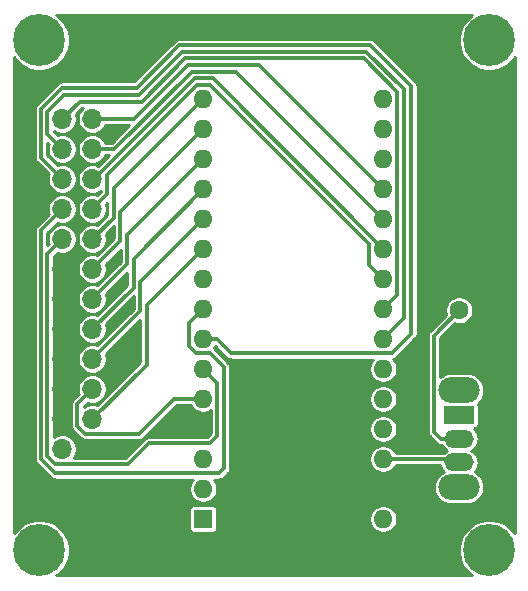
<source format=gbr>
%TF.GenerationSoftware,KiCad,Pcbnew,(5.1.9)-1*%
%TF.CreationDate,2021-05-29T09:09:45-04:00*%
%TF.ProjectId,AR488_nan0,41523438-385f-46e6-916e-302e6b696361,rev?*%
%TF.SameCoordinates,PX41672a0PY7df6180*%
%TF.FileFunction,Copper,L1,Top*%
%TF.FilePolarity,Positive*%
%FSLAX46Y46*%
G04 Gerber Fmt 4.6, Leading zero omitted, Abs format (unit mm)*
G04 Created by KiCad (PCBNEW (5.1.9)-1) date 2021-05-29 09:09:45*
%MOMM*%
%LPD*%
G01*
G04 APERTURE LIST*
%TA.AperFunction,ComponentPad*%
%ADD10C,4.400000*%
%TD*%
%TA.AperFunction,ComponentPad*%
%ADD11O,3.500000X2.200000*%
%TD*%
%TA.AperFunction,ComponentPad*%
%ADD12O,2.500000X1.500000*%
%TD*%
%TA.AperFunction,ComponentPad*%
%ADD13R,2.500000X1.500000*%
%TD*%
%TA.AperFunction,ComponentPad*%
%ADD14O,1.700000X1.700000*%
%TD*%
%TA.AperFunction,ComponentPad*%
%ADD15C,1.600000*%
%TD*%
%TA.AperFunction,ComponentPad*%
%ADD16O,1.600000X1.600000*%
%TD*%
%TA.AperFunction,ComponentPad*%
%ADD17R,1.600000X1.600000*%
%TD*%
%TA.AperFunction,Conductor*%
%ADD18C,0.304800*%
%TD*%
%TA.AperFunction,Conductor*%
%ADD19C,0.254000*%
%TD*%
%TA.AperFunction,Conductor*%
%ADD20C,0.100000*%
%TD*%
G04 APERTURE END LIST*
D10*
%TO.P,REF\u002A\u002A,1*%
%TO.N,N/C*%
X40640000Y45720000D03*
%TD*%
%TO.P,REF\u002A\u002A,1*%
%TO.N,N/C*%
X2540000Y45720000D03*
%TD*%
%TO.P,REF\u002A\u002A,1*%
%TO.N,N/C*%
X2540000Y2540000D03*
%TD*%
%TO.P,REF\u002A\u002A,1*%
%TO.N,N/C*%
X40640000Y2540000D03*
%TD*%
D11*
%TO.P,SW1,*%
%TO.N,*%
X38100000Y7870000D03*
X38100000Y16070000D03*
D12*
%TO.P,SW1,3*%
%TO.N,/NRST*%
X38100000Y9970000D03*
%TO.P,SW1,2*%
%TO.N,Net-(C1-Pad1)*%
X38100000Y11970000D03*
D13*
%TO.P,SW1,1*%
%TO.N,N/C*%
X38100000Y13970000D03*
%TD*%
D14*
%TO.P,J1,1*%
%TO.N,/DIO1*%
X7030000Y39050000D03*
%TO.P,J1,2*%
%TO.N,/DIO2*%
X7030000Y36510000D03*
%TO.P,J1,3*%
%TO.N,/DIO3*%
X7030000Y33970000D03*
%TO.P,J1,4*%
%TO.N,/DIO4*%
X7030000Y31430000D03*
%TO.P,J1,5*%
%TO.N,/EOI*%
X7030000Y28890000D03*
%TO.P,J1,6*%
%TO.N,/DAV*%
X7030000Y26350000D03*
%TO.P,J1,7*%
%TO.N,/NRFD*%
X7030000Y23810000D03*
%TO.P,J1,8*%
%TO.N,/NDAC*%
X7030000Y21270000D03*
%TO.P,J1,9*%
%TO.N,/IFC*%
X7030000Y18730000D03*
%TO.P,J1,10*%
%TO.N,/SRQ*%
X7030000Y16190000D03*
%TO.P,J1,11*%
%TO.N,/ATN*%
X7030000Y13650000D03*
%TO.P,J1,12*%
%TO.N,GND*%
X7030000Y11110000D03*
%TO.P,J1,13*%
%TO.N,/DIO5*%
X4490000Y39050000D03*
%TO.P,J1,14*%
%TO.N,/DIO6*%
X4490000Y36510000D03*
%TO.P,J1,15*%
%TO.N,/DIO7*%
X4490000Y33970000D03*
%TO.P,J1,16*%
%TO.N,/DIO8*%
X4490000Y31430000D03*
%TO.P,J1,17*%
%TO.N,/REN*%
X4490000Y28890000D03*
%TO.P,J1,18*%
%TO.N,GND*%
X4490000Y26350000D03*
%TO.P,J1,19*%
X4490000Y23810000D03*
%TO.P,J1,20*%
X4490000Y21270000D03*
%TO.P,J1,21*%
X4490000Y18730000D03*
%TO.P,J1,22*%
X4490000Y16190000D03*
%TO.P,J1,23*%
X4490000Y13650000D03*
%TO.P,J1,24*%
%TO.N,N/C*%
X4490000Y11110000D03*
%TD*%
D15*
%TO.P,C1,2*%
%TO.N,GND*%
X38100000Y27860000D03*
%TO.P,C1,1*%
%TO.N,Net-(C1-Pad1)*%
X38100000Y22860000D03*
%TD*%
D16*
%TO.P,A1,16*%
%TO.N,N/C*%
X31660000Y40740000D03*
%TO.P,A1,15*%
%TO.N,/EOI*%
X16420000Y40740000D03*
%TO.P,A1,30*%
%TO.N,N/C*%
X31660000Y5180000D03*
%TO.P,A1,14*%
%TO.N,/DAV*%
X16420000Y38200000D03*
%TO.P,A1,29*%
%TO.N,GND*%
X31660000Y7720000D03*
%TO.P,A1,13*%
%TO.N,/NRFD*%
X16420000Y35660000D03*
%TO.P,A1,28*%
%TO.N,/NRST*%
X31660000Y10260000D03*
%TO.P,A1,12*%
%TO.N,/NDAC*%
X16420000Y33120000D03*
%TO.P,A1,27*%
%TO.N,N/C*%
X31660000Y12800000D03*
%TO.P,A1,11*%
%TO.N,/IFC*%
X16420000Y30580000D03*
%TO.P,A1,26*%
%TO.N,N/C*%
X31660000Y15340000D03*
%TO.P,A1,10*%
%TO.N,/ATN*%
X16420000Y28040000D03*
%TO.P,A1,25*%
%TO.N,N/C*%
X31660000Y17880000D03*
%TO.P,A1,9*%
X16420000Y25500000D03*
%TO.P,A1,24*%
%TO.N,/DIO6*%
X31660000Y20420000D03*
%TO.P,A1,8*%
%TO.N,/DIO8*%
X16420000Y22960000D03*
%TO.P,A1,23*%
%TO.N,/DIO5*%
X31660000Y22960000D03*
%TO.P,A1,7*%
%TO.N,/DIO7*%
X16420000Y20420000D03*
%TO.P,A1,22*%
%TO.N,/DIO4*%
X31660000Y25500000D03*
%TO.P,A1,6*%
%TO.N,/REN*%
X16420000Y17880000D03*
%TO.P,A1,21*%
%TO.N,/DIO3*%
X31660000Y28040000D03*
%TO.P,A1,5*%
%TO.N,/SRQ*%
X16420000Y15340000D03*
%TO.P,A1,20*%
%TO.N,/DIO2*%
X31660000Y30580000D03*
%TO.P,A1,4*%
%TO.N,GND*%
X16420000Y12800000D03*
%TO.P,A1,19*%
%TO.N,/DIO1*%
X31660000Y33120000D03*
%TO.P,A1,3*%
%TO.N,N/C*%
X16420000Y10260000D03*
%TO.P,A1,18*%
X31660000Y35660000D03*
%TO.P,A1,2*%
X16420000Y7720000D03*
%TO.P,A1,17*%
X31660000Y38200000D03*
D17*
%TO.P,A1,1*%
X16420000Y5180000D03*
%TD*%
D18*
%TO.N,/EOI*%
X8845211Y33165211D02*
X16420000Y40740000D01*
X8845211Y30705211D02*
X8845211Y33165211D01*
X7030000Y28890000D02*
X8845211Y30705211D01*
%TO.N,/DAV*%
X9404021Y31184021D02*
X16420000Y38200000D01*
X9404021Y28724021D02*
X9404021Y31184021D01*
X7030000Y26350000D02*
X9404021Y28724021D01*
%TO.N,GND*%
X4490000Y26350000D02*
X4490000Y23810000D01*
X4490000Y21270000D02*
X4490000Y18730000D01*
X4490000Y23810000D02*
X4490000Y21270000D01*
X4490000Y18730000D02*
X4490000Y16190000D01*
X4490000Y13650000D02*
X4490000Y16190000D01*
X6920250Y11110000D02*
X7030000Y11110000D01*
X5214790Y12815460D02*
X6920250Y11110000D01*
X5214789Y13335211D02*
X5214790Y12815460D01*
X4900000Y13650000D02*
X5214789Y13335211D01*
X4490000Y13650000D02*
X4900000Y13650000D01*
X33016410Y6363590D02*
X31660000Y7720000D01*
X39373975Y6363590D02*
X33016410Y6363590D01*
X40256410Y7246025D02*
X39373975Y6363590D01*
X40256410Y25703590D02*
X40256410Y7246025D01*
X38100000Y27860000D02*
X40256410Y25703590D01*
X7030000Y11110000D02*
X10522802Y11110000D01*
X10522802Y11110000D02*
X12212802Y12800000D01*
X12212802Y12800000D02*
X16420000Y12800000D01*
%TO.N,/NRFD*%
X9962830Y26742830D02*
X9962830Y29202830D01*
X9962830Y29202830D02*
X16420000Y35660000D01*
X7030000Y23810000D02*
X9962830Y26742830D01*
%TO.N,/NDAC*%
X10521640Y27221640D02*
X16420000Y33120000D01*
X10521640Y24761640D02*
X10521640Y27221640D01*
X7030000Y21270000D02*
X10521640Y24761640D01*
%TO.N,/IFC*%
X11080450Y25240450D02*
X16420000Y30580000D01*
X11080450Y22780450D02*
X11080450Y25240450D01*
X7030000Y18730000D02*
X11080450Y22780450D01*
%TO.N,/ATN*%
X11639260Y23259260D02*
X16420000Y28040000D01*
X11639260Y18259260D02*
X11639260Y23259260D01*
X7030000Y13650000D02*
X11639260Y18259260D01*
%TO.N,/DIO6*%
X33425211Y22185211D02*
X31660000Y20420000D01*
X33425211Y41550539D02*
X33425211Y22185211D01*
X30235302Y44740448D02*
X33425211Y41550539D01*
X14650450Y44740448D02*
X30235302Y44740448D01*
X4650526Y41070000D02*
X10980002Y41070000D01*
X3233599Y37766401D02*
X3233599Y39653073D01*
X10980002Y41070000D02*
X14650450Y44740448D01*
X4490000Y36510000D02*
X3233599Y37766401D01*
X3233599Y39653073D02*
X4650526Y41070000D01*
%TO.N,/DIO8*%
X4490000Y31430000D02*
X2674790Y29614790D01*
X2674788Y27184540D02*
X2674788Y10275460D01*
X2674790Y29614790D02*
X2674788Y27184540D01*
X2674788Y10275460D02*
X3896649Y9053599D01*
X3896649Y9053599D02*
X17763599Y9053599D01*
X17763599Y9053599D02*
X18185211Y9475211D01*
X18185211Y9475211D02*
X18185211Y18027461D01*
X18185211Y18027461D02*
X16999073Y19213599D01*
X16999073Y19213599D02*
X15840927Y19213599D01*
X15840927Y19213599D02*
X15213599Y19840927D01*
X15213599Y21753599D02*
X16420000Y22960000D01*
X15213599Y19840927D02*
X15213599Y21753599D01*
%TO.N,/DIO5*%
X4490000Y39050000D02*
X5951190Y40511190D01*
X11211468Y40511190D02*
X14881915Y44181637D01*
X32866400Y41319072D02*
X32866400Y24166400D01*
X14881915Y44181637D02*
X30003835Y44181637D01*
X32866400Y24166400D02*
X31660000Y22960000D01*
X30003835Y44181637D02*
X32866400Y41319072D01*
X5951190Y40511190D02*
X11211468Y40511190D01*
%TO.N,/DIO7*%
X18757771Y19213599D02*
X17551370Y20420000D01*
X17551370Y20420000D02*
X16420000Y20420000D01*
X34030000Y41830000D02*
X34030000Y20877328D01*
X30560000Y45300000D02*
X34030000Y41830000D01*
X14400000Y45300000D02*
X30560000Y45300000D01*
X32366271Y19213599D02*
X18757771Y19213599D01*
X10800000Y41700000D02*
X14400000Y45300000D01*
X34030000Y20877328D02*
X32366271Y19213599D01*
X4490248Y41700000D02*
X10800000Y41700000D01*
X2674789Y39884541D02*
X4490248Y41700000D01*
X2674789Y35785211D02*
X2674789Y39884541D01*
X4490000Y33970000D02*
X2674789Y35785211D01*
%TO.N,/DIO4*%
X8286401Y32686401D02*
X8286401Y34315567D01*
X8286401Y34315567D02*
X15917235Y41946401D01*
X16999073Y41946401D02*
X30453599Y28491873D01*
X30453599Y28491873D02*
X30453599Y26706401D01*
X7030000Y31430000D02*
X8286401Y32686401D01*
X15917235Y41946401D02*
X16999073Y41946401D01*
X30453599Y26706401D02*
X31660000Y25500000D01*
%TO.N,/REN*%
X3233599Y27633599D02*
X4490000Y28890000D01*
X3886927Y9853599D02*
X3233599Y10506927D01*
X10056679Y9853599D02*
X3886927Y9853599D01*
X11833080Y11630000D02*
X10056679Y9853599D01*
X15213599Y11630000D02*
X11833080Y11630000D01*
X15250000Y11593599D02*
X15213599Y11630000D01*
X16999073Y11593599D02*
X15250000Y11593599D01*
X17626401Y12220927D02*
X16999073Y11593599D01*
X17626400Y16673600D02*
X17626401Y12220927D01*
X3233599Y10506927D02*
X3233599Y27633599D01*
X16420000Y17880000D02*
X17626400Y16673600D01*
%TO.N,/DIO3*%
X17230541Y42505211D02*
X31660000Y28075750D01*
X31660000Y28075750D02*
X31660000Y28040000D01*
X15685767Y42505211D02*
X17230541Y42505211D01*
X7030000Y33970000D02*
X7150556Y33970000D01*
X7150556Y33970000D02*
X15685767Y42505211D01*
%TO.N,/SRQ*%
X6426927Y12393599D02*
X5773599Y13046927D01*
X5773599Y13046927D02*
X5773599Y14933599D01*
X5773599Y14933599D02*
X7030000Y16190000D01*
X11016123Y12393599D02*
X6426927Y12393599D01*
X13962524Y15340000D02*
X11016123Y12393599D01*
X16420000Y15340000D02*
X13962524Y15340000D01*
%TO.N,/DIO2*%
X15454297Y43064019D02*
X19175981Y43064019D01*
X8900278Y36510000D02*
X15454297Y43064019D01*
X7030000Y36510000D02*
X8900278Y36510000D01*
X19175981Y43064019D02*
X31660000Y30580000D01*
%TO.N,/DIO1*%
X21157170Y43622830D02*
X31660000Y33120000D01*
X17987141Y43622830D02*
X21157170Y43622830D01*
X13537168Y42007168D02*
X13537169Y42013477D01*
X10580002Y39050002D02*
X13537168Y42007168D01*
X7030000Y39050000D02*
X10580002Y39050002D01*
X15146528Y43622832D02*
X17987141Y43622830D01*
X13537169Y42013477D02*
X15146528Y43622832D01*
%TO.N,Net-(C1-Pad1)*%
X35943590Y20703590D02*
X38100000Y22860000D01*
X36545200Y11970000D02*
X35943590Y12571610D01*
X35943590Y12571610D02*
X35943590Y20703590D01*
X38100000Y11970000D02*
X36545200Y11970000D01*
%TO.N,/NRST*%
X37810000Y10260000D02*
X38100000Y9970000D01*
X31660000Y10260000D02*
X37810000Y10260000D01*
%TD*%
D19*
%TO.N,GND*%
X38994709Y47724793D02*
X38635207Y47365291D01*
X38352748Y46942562D01*
X38158187Y46472850D01*
X38059000Y45974206D01*
X38059000Y45465794D01*
X38158187Y44967150D01*
X38352748Y44497438D01*
X38635207Y44074709D01*
X38994709Y43715207D01*
X39417438Y43432748D01*
X39887150Y43238187D01*
X40385794Y43139000D01*
X40894206Y43139000D01*
X41392850Y43238187D01*
X41862562Y43432748D01*
X42285291Y43715207D01*
X42644793Y44074709D01*
X42774001Y44268082D01*
X42774000Y3991919D01*
X42644793Y4185291D01*
X42285291Y4544793D01*
X41862562Y4827252D01*
X41392850Y5021813D01*
X40894206Y5121000D01*
X40385794Y5121000D01*
X39887150Y5021813D01*
X39417438Y4827252D01*
X38994709Y4544793D01*
X38635207Y4185291D01*
X38352748Y3762562D01*
X38158187Y3292850D01*
X38059000Y2794206D01*
X38059000Y2285794D01*
X38158187Y1787150D01*
X38352748Y1317438D01*
X38635207Y894709D01*
X38994709Y535207D01*
X39188081Y406000D01*
X3991919Y406000D01*
X4185291Y535207D01*
X4544793Y894709D01*
X4827252Y1317438D01*
X5021813Y1787150D01*
X5121000Y2285794D01*
X5121000Y2794206D01*
X5021813Y3292850D01*
X4827252Y3762562D01*
X4544793Y4185291D01*
X4185291Y4544793D01*
X3762562Y4827252D01*
X3292850Y5021813D01*
X2794206Y5121000D01*
X2285794Y5121000D01*
X1787150Y5021813D01*
X1317438Y4827252D01*
X894709Y4544793D01*
X535207Y4185291D01*
X406000Y3991919D01*
X406000Y5980000D01*
X15237157Y5980000D01*
X15237157Y4380000D01*
X15244513Y4305311D01*
X15266299Y4233492D01*
X15301678Y4167304D01*
X15349289Y4109289D01*
X15407304Y4061678D01*
X15473492Y4026299D01*
X15545311Y4004513D01*
X15620000Y3997157D01*
X17220000Y3997157D01*
X17294689Y4004513D01*
X17366508Y4026299D01*
X17432696Y4061678D01*
X17490711Y4109289D01*
X17538322Y4167304D01*
X17573701Y4233492D01*
X17595487Y4305311D01*
X17602843Y4380000D01*
X17602843Y5296318D01*
X30479000Y5296318D01*
X30479000Y5063682D01*
X30524386Y4835515D01*
X30613412Y4620587D01*
X30742658Y4427157D01*
X30907157Y4262658D01*
X31100587Y4133412D01*
X31315515Y4044386D01*
X31543682Y3999000D01*
X31776318Y3999000D01*
X32004485Y4044386D01*
X32219413Y4133412D01*
X32412843Y4262658D01*
X32577342Y4427157D01*
X32706588Y4620587D01*
X32795614Y4835515D01*
X32841000Y5063682D01*
X32841000Y5296318D01*
X32795614Y5524485D01*
X32706588Y5739413D01*
X32577342Y5932843D01*
X32412843Y6097342D01*
X32219413Y6226588D01*
X32004485Y6315614D01*
X31776318Y6361000D01*
X31543682Y6361000D01*
X31315515Y6315614D01*
X31100587Y6226588D01*
X30907157Y6097342D01*
X30742658Y5932843D01*
X30613412Y5739413D01*
X30524386Y5524485D01*
X30479000Y5296318D01*
X17602843Y5296318D01*
X17602843Y5980000D01*
X17595487Y6054689D01*
X17573701Y6126508D01*
X17538322Y6192696D01*
X17490711Y6250711D01*
X17432696Y6298322D01*
X17366508Y6333701D01*
X17294689Y6355487D01*
X17220000Y6362843D01*
X15620000Y6362843D01*
X15545311Y6355487D01*
X15473492Y6333701D01*
X15407304Y6298322D01*
X15349289Y6250711D01*
X15301678Y6192696D01*
X15266299Y6126508D01*
X15244513Y6054689D01*
X15237157Y5980000D01*
X406000Y5980000D01*
X406000Y10275460D01*
X2138809Y10275460D01*
X2149107Y10170896D01*
X2179607Y10070350D01*
X2207000Y10019102D01*
X2229138Y9977685D01*
X2256462Y9944391D01*
X2279095Y9916812D01*
X2279098Y9916809D01*
X2295794Y9896465D01*
X2316138Y9879769D01*
X3500958Y8694948D01*
X3517654Y8674604D01*
X3598874Y8607948D01*
X3691538Y8558418D01*
X3792084Y8527918D01*
X3870454Y8520199D01*
X3870461Y8520199D01*
X3896648Y8517620D01*
X3922835Y8520199D01*
X15550014Y8520199D01*
X15502658Y8472843D01*
X15373412Y8279413D01*
X15284386Y8064485D01*
X15239000Y7836318D01*
X15239000Y7603682D01*
X15284386Y7375515D01*
X15373412Y7160587D01*
X15502658Y6967157D01*
X15667157Y6802658D01*
X15860587Y6673412D01*
X16075515Y6584386D01*
X16303682Y6539000D01*
X16536318Y6539000D01*
X16764485Y6584386D01*
X16979413Y6673412D01*
X17172843Y6802658D01*
X17337342Y6967157D01*
X17466588Y7160587D01*
X17555614Y7375515D01*
X17601000Y7603682D01*
X17601000Y7836318D01*
X17555614Y8064485D01*
X17466588Y8279413D01*
X17337342Y8472843D01*
X17289986Y8520199D01*
X17737412Y8520199D01*
X17763599Y8517620D01*
X17789786Y8520199D01*
X17789794Y8520199D01*
X17868164Y8527918D01*
X17968710Y8558418D01*
X18061374Y8607948D01*
X18142594Y8674604D01*
X18159294Y8694953D01*
X18543862Y9079520D01*
X18564206Y9096216D01*
X18630862Y9177436D01*
X18680392Y9270100D01*
X18710892Y9370646D01*
X18718611Y9449016D01*
X18718611Y9449023D01*
X18721190Y9475210D01*
X18718611Y9501397D01*
X18718611Y10376318D01*
X30479000Y10376318D01*
X30479000Y10143682D01*
X30524386Y9915515D01*
X30613412Y9700587D01*
X30742658Y9507157D01*
X30907157Y9342658D01*
X31100587Y9213412D01*
X31315515Y9124386D01*
X31543682Y9079000D01*
X31776318Y9079000D01*
X32004485Y9124386D01*
X32219413Y9213412D01*
X32412843Y9342658D01*
X32577342Y9507157D01*
X32706588Y9700587D01*
X32717363Y9726600D01*
X36491943Y9726600D01*
X36550037Y9535091D01*
X36655058Y9338610D01*
X36777264Y9189702D01*
X36623220Y9107364D01*
X36397708Y8922292D01*
X36212636Y8696780D01*
X36075115Y8439496D01*
X35990430Y8160327D01*
X35961835Y7870000D01*
X35990430Y7579673D01*
X36075115Y7300504D01*
X36212636Y7043220D01*
X36397708Y6817708D01*
X36623220Y6632636D01*
X36880504Y6495115D01*
X37159673Y6410430D01*
X37377253Y6389000D01*
X38822747Y6389000D01*
X39040327Y6410430D01*
X39319496Y6495115D01*
X39576780Y6632636D01*
X39802292Y6817708D01*
X39987364Y7043220D01*
X40124885Y7300504D01*
X40209570Y7579673D01*
X40238165Y7870000D01*
X40209570Y8160327D01*
X40124885Y8439496D01*
X39987364Y8696780D01*
X39802292Y8922292D01*
X39576780Y9107364D01*
X39422736Y9189702D01*
X39544942Y9338610D01*
X39649963Y9535091D01*
X39714635Y9748285D01*
X39736472Y9970000D01*
X39714635Y10191715D01*
X39649963Y10404909D01*
X39544942Y10601390D01*
X39403607Y10773607D01*
X39231390Y10914942D01*
X39128383Y10970000D01*
X39231390Y11025058D01*
X39403607Y11166393D01*
X39544942Y11338610D01*
X39649963Y11535091D01*
X39714635Y11748285D01*
X39736472Y11970000D01*
X39714635Y12191715D01*
X39649963Y12404909D01*
X39544942Y12601390D01*
X39403607Y12773607D01*
X39326171Y12837157D01*
X39350000Y12837157D01*
X39424689Y12844513D01*
X39496508Y12866299D01*
X39562696Y12901678D01*
X39620711Y12949289D01*
X39668322Y13007304D01*
X39703701Y13073492D01*
X39725487Y13145311D01*
X39732843Y13220000D01*
X39732843Y14720000D01*
X39725487Y14794689D01*
X39703701Y14866508D01*
X39677586Y14915365D01*
X39802292Y15017708D01*
X39987364Y15243220D01*
X40124885Y15500504D01*
X40209570Y15779673D01*
X40238165Y16070000D01*
X40209570Y16360327D01*
X40124885Y16639496D01*
X39987364Y16896780D01*
X39802292Y17122292D01*
X39576780Y17307364D01*
X39319496Y17444885D01*
X39040327Y17529570D01*
X38822747Y17551000D01*
X37377253Y17551000D01*
X37159673Y17529570D01*
X36880504Y17444885D01*
X36623220Y17307364D01*
X36476990Y17187357D01*
X36476990Y20482649D01*
X37729502Y21735161D01*
X37755515Y21724386D01*
X37983682Y21679000D01*
X38216318Y21679000D01*
X38444485Y21724386D01*
X38659413Y21813412D01*
X38852843Y21942658D01*
X39017342Y22107157D01*
X39146588Y22300587D01*
X39235614Y22515515D01*
X39281000Y22743682D01*
X39281000Y22976318D01*
X39235614Y23204485D01*
X39146588Y23419413D01*
X39017342Y23612843D01*
X38852843Y23777342D01*
X38659413Y23906588D01*
X38444485Y23995614D01*
X38216318Y24041000D01*
X37983682Y24041000D01*
X37755515Y23995614D01*
X37540587Y23906588D01*
X37347157Y23777342D01*
X37182658Y23612843D01*
X37053412Y23419413D01*
X36964386Y23204485D01*
X36919000Y22976318D01*
X36919000Y22743682D01*
X36964386Y22515515D01*
X36975161Y22489502D01*
X35584940Y21099281D01*
X35564596Y21082585D01*
X35547900Y21062241D01*
X35547897Y21062238D01*
X35525264Y21034659D01*
X35497940Y21001365D01*
X35497939Y21001363D01*
X35448409Y20908700D01*
X35417909Y20808154D01*
X35407611Y20703590D01*
X35410191Y20677393D01*
X35410190Y12597797D01*
X35407611Y12571610D01*
X35410190Y12545423D01*
X35410190Y12545416D01*
X35417909Y12467046D01*
X35448409Y12366500D01*
X35497939Y12273835D01*
X35564595Y12192615D01*
X35584944Y12175915D01*
X36149509Y11611349D01*
X36166205Y11591005D01*
X36247425Y11524349D01*
X36340089Y11474819D01*
X36440635Y11444319D01*
X36519005Y11436600D01*
X36519012Y11436600D01*
X36545199Y11434021D01*
X36571386Y11436600D01*
X36602681Y11436600D01*
X36655058Y11338610D01*
X36796393Y11166393D01*
X36968610Y11025058D01*
X37071617Y10970000D01*
X36968610Y10914942D01*
X36820511Y10793400D01*
X32717363Y10793400D01*
X32706588Y10819413D01*
X32577342Y11012843D01*
X32412843Y11177342D01*
X32219413Y11306588D01*
X32004485Y11395614D01*
X31776318Y11441000D01*
X31543682Y11441000D01*
X31315515Y11395614D01*
X31100587Y11306588D01*
X30907157Y11177342D01*
X30742658Y11012843D01*
X30613412Y10819413D01*
X30524386Y10604485D01*
X30479000Y10376318D01*
X18718611Y10376318D01*
X18718611Y12916318D01*
X30479000Y12916318D01*
X30479000Y12683682D01*
X30524386Y12455515D01*
X30613412Y12240587D01*
X30742658Y12047157D01*
X30907157Y11882658D01*
X31100587Y11753412D01*
X31315515Y11664386D01*
X31543682Y11619000D01*
X31776318Y11619000D01*
X32004485Y11664386D01*
X32219413Y11753412D01*
X32412843Y11882658D01*
X32577342Y12047157D01*
X32706588Y12240587D01*
X32795614Y12455515D01*
X32841000Y12683682D01*
X32841000Y12916318D01*
X32795614Y13144485D01*
X32706588Y13359413D01*
X32577342Y13552843D01*
X32412843Y13717342D01*
X32219413Y13846588D01*
X32004485Y13935614D01*
X31776318Y13981000D01*
X31543682Y13981000D01*
X31315515Y13935614D01*
X31100587Y13846588D01*
X30907157Y13717342D01*
X30742658Y13552843D01*
X30613412Y13359413D01*
X30524386Y13144485D01*
X30479000Y12916318D01*
X18718611Y12916318D01*
X18718611Y15456318D01*
X30479000Y15456318D01*
X30479000Y15223682D01*
X30524386Y14995515D01*
X30613412Y14780587D01*
X30742658Y14587157D01*
X30907157Y14422658D01*
X31100587Y14293412D01*
X31315515Y14204386D01*
X31543682Y14159000D01*
X31776318Y14159000D01*
X32004485Y14204386D01*
X32219413Y14293412D01*
X32412843Y14422658D01*
X32577342Y14587157D01*
X32706588Y14780587D01*
X32795614Y14995515D01*
X32841000Y15223682D01*
X32841000Y15456318D01*
X32795614Y15684485D01*
X32706588Y15899413D01*
X32577342Y16092843D01*
X32412843Y16257342D01*
X32219413Y16386588D01*
X32004485Y16475614D01*
X31776318Y16521000D01*
X31543682Y16521000D01*
X31315515Y16475614D01*
X31100587Y16386588D01*
X30907157Y16257342D01*
X30742658Y16092843D01*
X30613412Y15899413D01*
X30524386Y15684485D01*
X30479000Y15456318D01*
X18718611Y15456318D01*
X18718611Y18001275D01*
X18721190Y18027462D01*
X18718611Y18053649D01*
X18718611Y18053656D01*
X18710892Y18132026D01*
X18680392Y18232572D01*
X18630862Y18325236D01*
X18564206Y18406456D01*
X18543862Y18423152D01*
X17394766Y19572247D01*
X17378068Y19592594D01*
X17314746Y19644561D01*
X17337342Y19667157D01*
X17422470Y19794559D01*
X18362075Y18854954D01*
X18378776Y18834604D01*
X18459996Y18767948D01*
X18552660Y18718418D01*
X18653206Y18687918D01*
X18731576Y18680199D01*
X18731577Y18680199D01*
X18757771Y18677619D01*
X18783965Y18680199D01*
X30790014Y18680199D01*
X30742658Y18632843D01*
X30613412Y18439413D01*
X30524386Y18224485D01*
X30479000Y17996318D01*
X30479000Y17763682D01*
X30524386Y17535515D01*
X30613412Y17320587D01*
X30742658Y17127157D01*
X30907157Y16962658D01*
X31100587Y16833412D01*
X31315515Y16744386D01*
X31543682Y16699000D01*
X31776318Y16699000D01*
X32004485Y16744386D01*
X32219413Y16833412D01*
X32412843Y16962658D01*
X32577342Y17127157D01*
X32706588Y17320587D01*
X32795614Y17535515D01*
X32841000Y17763682D01*
X32841000Y17996318D01*
X32795614Y18224485D01*
X32706588Y18439413D01*
X32577342Y18632843D01*
X32510297Y18699888D01*
X32571382Y18718418D01*
X32664046Y18767948D01*
X32745266Y18834604D01*
X32761967Y18854953D01*
X34388651Y20481637D01*
X34408995Y20498333D01*
X34430523Y20524564D01*
X34475651Y20579553D01*
X34525181Y20672217D01*
X34555681Y20772763D01*
X34563400Y20851133D01*
X34563400Y20851140D01*
X34565979Y20877327D01*
X34563400Y20903514D01*
X34563400Y41803814D01*
X34565979Y41830001D01*
X34563400Y41856188D01*
X34563400Y41856195D01*
X34555681Y41934565D01*
X34525181Y42035111D01*
X34475651Y42127775D01*
X34425693Y42188649D01*
X34425691Y42188651D01*
X34408995Y42208995D01*
X34388651Y42225691D01*
X30955696Y45658645D01*
X30938995Y45678995D01*
X30857775Y45745651D01*
X30765111Y45795181D01*
X30664565Y45825681D01*
X30586195Y45833400D01*
X30586187Y45833400D01*
X30560000Y45835979D01*
X30533813Y45833400D01*
X14426187Y45833400D01*
X14400000Y45835979D01*
X14373813Y45833400D01*
X14373805Y45833400D01*
X14295435Y45825681D01*
X14194889Y45795181D01*
X14102225Y45745651D01*
X14021005Y45678995D01*
X14004304Y45658645D01*
X10579059Y42233400D01*
X4516442Y42233400D01*
X4490248Y42235980D01*
X4464054Y42233400D01*
X4464053Y42233400D01*
X4385683Y42225681D01*
X4285137Y42195181D01*
X4192473Y42145651D01*
X4111253Y42078995D01*
X4094555Y42058648D01*
X2316139Y40280232D01*
X2295795Y40263536D01*
X2279099Y40243192D01*
X2279096Y40243189D01*
X2271303Y40233693D01*
X2229139Y40182316D01*
X2229138Y40182314D01*
X2179608Y40089651D01*
X2149108Y39989105D01*
X2138810Y39884541D01*
X2141390Y39858344D01*
X2141389Y35811398D01*
X2138810Y35785211D01*
X2141389Y35759024D01*
X2141389Y35759017D01*
X2149108Y35680647D01*
X2179608Y35580101D01*
X2229138Y35487436D01*
X2295794Y35406216D01*
X2316144Y35389515D01*
X3326892Y34378766D01*
X3306307Y34329069D01*
X3259000Y34091243D01*
X3259000Y33848757D01*
X3306307Y33610931D01*
X3399102Y33386903D01*
X3533820Y33185283D01*
X3705283Y33013820D01*
X3906903Y32879102D01*
X4130931Y32786307D01*
X4368757Y32739000D01*
X4611243Y32739000D01*
X4849069Y32786307D01*
X5073097Y32879102D01*
X5274717Y33013820D01*
X5446180Y33185283D01*
X5580898Y33386903D01*
X5673693Y33610931D01*
X5721000Y33848757D01*
X5721000Y34091243D01*
X5673693Y34329069D01*
X5580898Y34553097D01*
X5446180Y34754717D01*
X5274717Y34926180D01*
X5073097Y35060898D01*
X4849069Y35153693D01*
X4611243Y35201000D01*
X4368757Y35201000D01*
X4130931Y35153693D01*
X4081234Y35133108D01*
X3208189Y36006152D01*
X3208189Y37037470D01*
X3326892Y36918766D01*
X3306307Y36869069D01*
X3259000Y36631243D01*
X3259000Y36388757D01*
X3306307Y36150931D01*
X3399102Y35926903D01*
X3533820Y35725283D01*
X3705283Y35553820D01*
X3906903Y35419102D01*
X4130931Y35326307D01*
X4368757Y35279000D01*
X4611243Y35279000D01*
X4849069Y35326307D01*
X5073097Y35419102D01*
X5274717Y35553820D01*
X5446180Y35725283D01*
X5580898Y35926903D01*
X5673693Y36150931D01*
X5721000Y36388757D01*
X5721000Y36631243D01*
X5673693Y36869069D01*
X5580898Y37093097D01*
X5446180Y37294717D01*
X5274717Y37466180D01*
X5073097Y37600898D01*
X4849069Y37693693D01*
X4611243Y37741000D01*
X4368757Y37741000D01*
X4130931Y37693693D01*
X4081234Y37673108D01*
X3766999Y37987342D01*
X3766999Y38052583D01*
X3906903Y37959102D01*
X4130931Y37866307D01*
X4368757Y37819000D01*
X4611243Y37819000D01*
X4849069Y37866307D01*
X5073097Y37959102D01*
X5274717Y38093820D01*
X5446180Y38265283D01*
X5580898Y38466903D01*
X5673693Y38690931D01*
X5721000Y38928757D01*
X5721000Y39171243D01*
X5673693Y39409069D01*
X5653108Y39458767D01*
X6172131Y39977790D01*
X6216893Y39977790D01*
X6073820Y39834717D01*
X5939102Y39633097D01*
X5846307Y39409069D01*
X5799000Y39171243D01*
X5799000Y38928757D01*
X5846307Y38690931D01*
X5939102Y38466903D01*
X6073820Y38265283D01*
X6245283Y38093820D01*
X6446903Y37959102D01*
X6670931Y37866307D01*
X6908757Y37819000D01*
X7151243Y37819000D01*
X7389069Y37866307D01*
X7613097Y37959102D01*
X7814717Y38093820D01*
X7986180Y38265283D01*
X8120898Y38466903D01*
X8141483Y38516601D01*
X10152540Y38516603D01*
X8679337Y37043400D01*
X8141483Y37043400D01*
X8120898Y37093097D01*
X7986180Y37294717D01*
X7814717Y37466180D01*
X7613097Y37600898D01*
X7389069Y37693693D01*
X7151243Y37741000D01*
X6908757Y37741000D01*
X6670931Y37693693D01*
X6446903Y37600898D01*
X6245283Y37466180D01*
X6073820Y37294717D01*
X5939102Y37093097D01*
X5846307Y36869069D01*
X5799000Y36631243D01*
X5799000Y36388757D01*
X5846307Y36150931D01*
X5939102Y35926903D01*
X6073820Y35725283D01*
X6245283Y35553820D01*
X6446903Y35419102D01*
X6670931Y35326307D01*
X6908757Y35279000D01*
X7151243Y35279000D01*
X7389069Y35326307D01*
X7613097Y35419102D01*
X7814717Y35553820D01*
X7986180Y35725283D01*
X8120898Y35926903D01*
X8141483Y35976600D01*
X8402815Y35976600D01*
X7524013Y35097798D01*
X7389069Y35153693D01*
X7151243Y35201000D01*
X6908757Y35201000D01*
X6670931Y35153693D01*
X6446903Y35060898D01*
X6245283Y34926180D01*
X6073820Y34754717D01*
X5939102Y34553097D01*
X5846307Y34329069D01*
X5799000Y34091243D01*
X5799000Y33848757D01*
X5846307Y33610931D01*
X5939102Y33386903D01*
X6073820Y33185283D01*
X6245283Y33013820D01*
X6446903Y32879102D01*
X6670931Y32786307D01*
X6908757Y32739000D01*
X7151243Y32739000D01*
X7389069Y32786307D01*
X7613097Y32879102D01*
X7753001Y32972583D01*
X7753001Y32907343D01*
X7438766Y32593108D01*
X7389069Y32613693D01*
X7151243Y32661000D01*
X6908757Y32661000D01*
X6670931Y32613693D01*
X6446903Y32520898D01*
X6245283Y32386180D01*
X6073820Y32214717D01*
X5939102Y32013097D01*
X5846307Y31789069D01*
X5799000Y31551243D01*
X5799000Y31308757D01*
X5846307Y31070931D01*
X5939102Y30846903D01*
X6073820Y30645283D01*
X6245283Y30473820D01*
X6446903Y30339102D01*
X6670931Y30246307D01*
X6908757Y30199000D01*
X7151243Y30199000D01*
X7389069Y30246307D01*
X7613097Y30339102D01*
X7814717Y30473820D01*
X7986180Y30645283D01*
X8120898Y30846903D01*
X8213693Y31070931D01*
X8261000Y31308757D01*
X8261000Y31551243D01*
X8213693Y31789069D01*
X8193108Y31838766D01*
X8311812Y31957470D01*
X8311811Y30926153D01*
X7438766Y30053108D01*
X7389069Y30073693D01*
X7151243Y30121000D01*
X6908757Y30121000D01*
X6670931Y30073693D01*
X6446903Y29980898D01*
X6245283Y29846180D01*
X6073820Y29674717D01*
X5939102Y29473097D01*
X5846307Y29249069D01*
X5799000Y29011243D01*
X5799000Y28768757D01*
X5846307Y28530931D01*
X5939102Y28306903D01*
X6073820Y28105283D01*
X6245283Y27933820D01*
X6446903Y27799102D01*
X6670931Y27706307D01*
X6908757Y27659000D01*
X7151243Y27659000D01*
X7389069Y27706307D01*
X7613097Y27799102D01*
X7814717Y27933820D01*
X7986180Y28105283D01*
X8120898Y28306903D01*
X8213693Y28530931D01*
X8261000Y28768757D01*
X8261000Y29011243D01*
X8213693Y29249069D01*
X8193108Y29298766D01*
X8870622Y29976280D01*
X8870621Y28944962D01*
X7438767Y27513108D01*
X7389069Y27533693D01*
X7151243Y27581000D01*
X6908757Y27581000D01*
X6670931Y27533693D01*
X6446903Y27440898D01*
X6245283Y27306180D01*
X6073820Y27134717D01*
X5939102Y26933097D01*
X5846307Y26709069D01*
X5799000Y26471243D01*
X5799000Y26228757D01*
X5846307Y25990931D01*
X5939102Y25766903D01*
X6073820Y25565283D01*
X6245283Y25393820D01*
X6446903Y25259102D01*
X6670931Y25166307D01*
X6908757Y25119000D01*
X7151243Y25119000D01*
X7389069Y25166307D01*
X7613097Y25259102D01*
X7814717Y25393820D01*
X7986180Y25565283D01*
X8120898Y25766903D01*
X8213693Y25990931D01*
X8261000Y26228757D01*
X8261000Y26471243D01*
X8213693Y26709069D01*
X8193108Y26758767D01*
X9429431Y27995090D01*
X9429430Y26963772D01*
X7438766Y24973108D01*
X7389069Y24993693D01*
X7151243Y25041000D01*
X6908757Y25041000D01*
X6670931Y24993693D01*
X6446903Y24900898D01*
X6245283Y24766180D01*
X6073820Y24594717D01*
X5939102Y24393097D01*
X5846307Y24169069D01*
X5799000Y23931243D01*
X5799000Y23688757D01*
X5846307Y23450931D01*
X5939102Y23226903D01*
X6073820Y23025283D01*
X6245283Y22853820D01*
X6446903Y22719102D01*
X6670931Y22626307D01*
X6908757Y22579000D01*
X7151243Y22579000D01*
X7389069Y22626307D01*
X7613097Y22719102D01*
X7814717Y22853820D01*
X7986180Y23025283D01*
X8120898Y23226903D01*
X8213693Y23450931D01*
X8261000Y23688757D01*
X8261000Y23931243D01*
X8213693Y24169069D01*
X8193108Y24218766D01*
X9988241Y26013899D01*
X9988240Y24982581D01*
X7438767Y22433108D01*
X7389069Y22453693D01*
X7151243Y22501000D01*
X6908757Y22501000D01*
X6670931Y22453693D01*
X6446903Y22360898D01*
X6245283Y22226180D01*
X6073820Y22054717D01*
X5939102Y21853097D01*
X5846307Y21629069D01*
X5799000Y21391243D01*
X5799000Y21148757D01*
X5846307Y20910931D01*
X5939102Y20686903D01*
X6073820Y20485283D01*
X6245283Y20313820D01*
X6446903Y20179102D01*
X6670931Y20086307D01*
X6908757Y20039000D01*
X7151243Y20039000D01*
X7389069Y20086307D01*
X7613097Y20179102D01*
X7814717Y20313820D01*
X7986180Y20485283D01*
X8120898Y20686903D01*
X8213693Y20910931D01*
X8261000Y21148757D01*
X8261000Y21391243D01*
X8213693Y21629069D01*
X8193108Y21678767D01*
X10547051Y24032710D01*
X10547050Y23001392D01*
X7438767Y19893108D01*
X7389069Y19913693D01*
X7151243Y19961000D01*
X6908757Y19961000D01*
X6670931Y19913693D01*
X6446903Y19820898D01*
X6245283Y19686180D01*
X6073820Y19514717D01*
X5939102Y19313097D01*
X5846307Y19089069D01*
X5799000Y18851243D01*
X5799000Y18608757D01*
X5846307Y18370931D01*
X5939102Y18146903D01*
X6073820Y17945283D01*
X6245283Y17773820D01*
X6446903Y17639102D01*
X6670931Y17546307D01*
X6908757Y17499000D01*
X7151243Y17499000D01*
X7389069Y17546307D01*
X7613097Y17639102D01*
X7814717Y17773820D01*
X7986180Y17945283D01*
X8120898Y18146903D01*
X8213693Y18370931D01*
X8261000Y18608757D01*
X8261000Y18851243D01*
X8213693Y19089069D01*
X8193108Y19138767D01*
X11105861Y22051519D01*
X11105860Y18480202D01*
X7438767Y14813108D01*
X7389069Y14833693D01*
X7151243Y14881000D01*
X6908757Y14881000D01*
X6670931Y14833693D01*
X6446903Y14740898D01*
X6306999Y14647417D01*
X6306999Y14712658D01*
X6621234Y15026892D01*
X6670931Y15006307D01*
X6908757Y14959000D01*
X7151243Y14959000D01*
X7389069Y15006307D01*
X7613097Y15099102D01*
X7814717Y15233820D01*
X7986180Y15405283D01*
X8120898Y15606903D01*
X8213693Y15830931D01*
X8261000Y16068757D01*
X8261000Y16311243D01*
X8213693Y16549069D01*
X8120898Y16773097D01*
X7986180Y16974717D01*
X7814717Y17146180D01*
X7613097Y17280898D01*
X7389069Y17373693D01*
X7151243Y17421000D01*
X6908757Y17421000D01*
X6670931Y17373693D01*
X6446903Y17280898D01*
X6245283Y17146180D01*
X6073820Y16974717D01*
X5939102Y16773097D01*
X5846307Y16549069D01*
X5799000Y16311243D01*
X5799000Y16068757D01*
X5846307Y15830931D01*
X5866892Y15781234D01*
X5414949Y15329290D01*
X5394605Y15312594D01*
X5377909Y15292250D01*
X5377906Y15292247D01*
X5355273Y15264668D01*
X5327949Y15231374D01*
X5327948Y15231372D01*
X5278418Y15138709D01*
X5247918Y15038163D01*
X5237620Y14933599D01*
X5240200Y14907402D01*
X5240199Y13073114D01*
X5237620Y13046927D01*
X5240199Y13020740D01*
X5240199Y13020733D01*
X5247918Y12942363D01*
X5278418Y12841817D01*
X5327948Y12749152D01*
X5394604Y12667932D01*
X5414953Y12651232D01*
X6031236Y12034948D01*
X6047932Y12014604D01*
X6129152Y11947948D01*
X6221816Y11898418D01*
X6322362Y11867918D01*
X6400732Y11860199D01*
X6400739Y11860199D01*
X6426926Y11857620D01*
X6453113Y11860199D01*
X10989936Y11860199D01*
X11016123Y11857620D01*
X11042310Y11860199D01*
X11042318Y11860199D01*
X11120688Y11867918D01*
X11221234Y11898418D01*
X11313898Y11947948D01*
X11395118Y12014604D01*
X11411819Y12034954D01*
X14183466Y14806600D01*
X15362637Y14806600D01*
X15373412Y14780587D01*
X15502658Y14587157D01*
X15667157Y14422658D01*
X15860587Y14293412D01*
X16075515Y14204386D01*
X16303682Y14159000D01*
X16536318Y14159000D01*
X16764485Y14204386D01*
X16979413Y14293412D01*
X17093001Y14369309D01*
X17093002Y12441869D01*
X16778132Y12126999D01*
X15412717Y12126999D01*
X15318164Y12155681D01*
X15239794Y12163400D01*
X15239786Y12163400D01*
X15213599Y12165979D01*
X15187412Y12163400D01*
X11859266Y12163400D01*
X11833079Y12165979D01*
X11806892Y12163400D01*
X11806885Y12163400D01*
X11728515Y12155681D01*
X11627969Y12125181D01*
X11535305Y12075651D01*
X11454085Y12008995D01*
X11437389Y11988651D01*
X9835738Y10386999D01*
X5487417Y10386999D01*
X5580898Y10526903D01*
X5673693Y10750931D01*
X5721000Y10988757D01*
X5721000Y11231243D01*
X5673693Y11469069D01*
X5580898Y11693097D01*
X5446180Y11894717D01*
X5274717Y12066180D01*
X5073097Y12200898D01*
X4849069Y12293693D01*
X4611243Y12341000D01*
X4368757Y12341000D01*
X4130931Y12293693D01*
X3906903Y12200898D01*
X3766999Y12107417D01*
X3766999Y27412658D01*
X4081234Y27726892D01*
X4130931Y27706307D01*
X4368757Y27659000D01*
X4611243Y27659000D01*
X4849069Y27706307D01*
X5073097Y27799102D01*
X5274717Y27933820D01*
X5446180Y28105283D01*
X5580898Y28306903D01*
X5673693Y28530931D01*
X5721000Y28768757D01*
X5721000Y29011243D01*
X5673693Y29249069D01*
X5580898Y29473097D01*
X5446180Y29674717D01*
X5274717Y29846180D01*
X5073097Y29980898D01*
X4849069Y30073693D01*
X4611243Y30121000D01*
X4368757Y30121000D01*
X4130931Y30073693D01*
X3906903Y29980898D01*
X3705283Y29846180D01*
X3533820Y29674717D01*
X3399102Y29473097D01*
X3306307Y29249069D01*
X3259000Y29011243D01*
X3259000Y28768757D01*
X3306307Y28530931D01*
X3326892Y28481234D01*
X3208188Y28362530D01*
X3208190Y29393849D01*
X4081233Y30266892D01*
X4130931Y30246307D01*
X4368757Y30199000D01*
X4611243Y30199000D01*
X4849069Y30246307D01*
X5073097Y30339102D01*
X5274717Y30473820D01*
X5446180Y30645283D01*
X5580898Y30846903D01*
X5673693Y31070931D01*
X5721000Y31308757D01*
X5721000Y31551243D01*
X5673693Y31789069D01*
X5580898Y32013097D01*
X5446180Y32214717D01*
X5274717Y32386180D01*
X5073097Y32520898D01*
X4849069Y32613693D01*
X4611243Y32661000D01*
X4368757Y32661000D01*
X4130931Y32613693D01*
X3906903Y32520898D01*
X3705283Y32386180D01*
X3533820Y32214717D01*
X3399102Y32013097D01*
X3306307Y31789069D01*
X3259000Y31551243D01*
X3259000Y31308757D01*
X3306307Y31070931D01*
X3326892Y31021233D01*
X2316140Y30010481D01*
X2295796Y29993785D01*
X2279100Y29973441D01*
X2279097Y29973438D01*
X2256464Y29945859D01*
X2229140Y29912565D01*
X2229139Y29912563D01*
X2179609Y29819900D01*
X2149109Y29719354D01*
X2138811Y29614790D01*
X2141391Y29588594D01*
X2141388Y27210735D01*
X2141388Y27210734D01*
X2141389Y10301657D01*
X2138809Y10275460D01*
X406000Y10275460D01*
X406000Y44268081D01*
X535207Y44074709D01*
X894709Y43715207D01*
X1317438Y43432748D01*
X1787150Y43238187D01*
X2285794Y43139000D01*
X2794206Y43139000D01*
X3292850Y43238187D01*
X3762562Y43432748D01*
X4185291Y43715207D01*
X4544793Y44074709D01*
X4827252Y44497438D01*
X5021813Y44967150D01*
X5121000Y45465794D01*
X5121000Y45974206D01*
X5021813Y46472850D01*
X4827252Y46942562D01*
X4544793Y47365291D01*
X4185291Y47724793D01*
X3991919Y47854000D01*
X39188081Y47854000D01*
X38994709Y47724793D01*
%TA.AperFunction,Conductor*%
D20*
G36*
X38994709Y47724793D02*
G01*
X38635207Y47365291D01*
X38352748Y46942562D01*
X38158187Y46472850D01*
X38059000Y45974206D01*
X38059000Y45465794D01*
X38158187Y44967150D01*
X38352748Y44497438D01*
X38635207Y44074709D01*
X38994709Y43715207D01*
X39417438Y43432748D01*
X39887150Y43238187D01*
X40385794Y43139000D01*
X40894206Y43139000D01*
X41392850Y43238187D01*
X41862562Y43432748D01*
X42285291Y43715207D01*
X42644793Y44074709D01*
X42774001Y44268082D01*
X42774000Y3991919D01*
X42644793Y4185291D01*
X42285291Y4544793D01*
X41862562Y4827252D01*
X41392850Y5021813D01*
X40894206Y5121000D01*
X40385794Y5121000D01*
X39887150Y5021813D01*
X39417438Y4827252D01*
X38994709Y4544793D01*
X38635207Y4185291D01*
X38352748Y3762562D01*
X38158187Y3292850D01*
X38059000Y2794206D01*
X38059000Y2285794D01*
X38158187Y1787150D01*
X38352748Y1317438D01*
X38635207Y894709D01*
X38994709Y535207D01*
X39188081Y406000D01*
X3991919Y406000D01*
X4185291Y535207D01*
X4544793Y894709D01*
X4827252Y1317438D01*
X5021813Y1787150D01*
X5121000Y2285794D01*
X5121000Y2794206D01*
X5021813Y3292850D01*
X4827252Y3762562D01*
X4544793Y4185291D01*
X4185291Y4544793D01*
X3762562Y4827252D01*
X3292850Y5021813D01*
X2794206Y5121000D01*
X2285794Y5121000D01*
X1787150Y5021813D01*
X1317438Y4827252D01*
X894709Y4544793D01*
X535207Y4185291D01*
X406000Y3991919D01*
X406000Y5980000D01*
X15237157Y5980000D01*
X15237157Y4380000D01*
X15244513Y4305311D01*
X15266299Y4233492D01*
X15301678Y4167304D01*
X15349289Y4109289D01*
X15407304Y4061678D01*
X15473492Y4026299D01*
X15545311Y4004513D01*
X15620000Y3997157D01*
X17220000Y3997157D01*
X17294689Y4004513D01*
X17366508Y4026299D01*
X17432696Y4061678D01*
X17490711Y4109289D01*
X17538322Y4167304D01*
X17573701Y4233492D01*
X17595487Y4305311D01*
X17602843Y4380000D01*
X17602843Y5296318D01*
X30479000Y5296318D01*
X30479000Y5063682D01*
X30524386Y4835515D01*
X30613412Y4620587D01*
X30742658Y4427157D01*
X30907157Y4262658D01*
X31100587Y4133412D01*
X31315515Y4044386D01*
X31543682Y3999000D01*
X31776318Y3999000D01*
X32004485Y4044386D01*
X32219413Y4133412D01*
X32412843Y4262658D01*
X32577342Y4427157D01*
X32706588Y4620587D01*
X32795614Y4835515D01*
X32841000Y5063682D01*
X32841000Y5296318D01*
X32795614Y5524485D01*
X32706588Y5739413D01*
X32577342Y5932843D01*
X32412843Y6097342D01*
X32219413Y6226588D01*
X32004485Y6315614D01*
X31776318Y6361000D01*
X31543682Y6361000D01*
X31315515Y6315614D01*
X31100587Y6226588D01*
X30907157Y6097342D01*
X30742658Y5932843D01*
X30613412Y5739413D01*
X30524386Y5524485D01*
X30479000Y5296318D01*
X17602843Y5296318D01*
X17602843Y5980000D01*
X17595487Y6054689D01*
X17573701Y6126508D01*
X17538322Y6192696D01*
X17490711Y6250711D01*
X17432696Y6298322D01*
X17366508Y6333701D01*
X17294689Y6355487D01*
X17220000Y6362843D01*
X15620000Y6362843D01*
X15545311Y6355487D01*
X15473492Y6333701D01*
X15407304Y6298322D01*
X15349289Y6250711D01*
X15301678Y6192696D01*
X15266299Y6126508D01*
X15244513Y6054689D01*
X15237157Y5980000D01*
X406000Y5980000D01*
X406000Y10275460D01*
X2138809Y10275460D01*
X2149107Y10170896D01*
X2179607Y10070350D01*
X2207000Y10019102D01*
X2229138Y9977685D01*
X2256462Y9944391D01*
X2279095Y9916812D01*
X2279098Y9916809D01*
X2295794Y9896465D01*
X2316138Y9879769D01*
X3500958Y8694948D01*
X3517654Y8674604D01*
X3598874Y8607948D01*
X3691538Y8558418D01*
X3792084Y8527918D01*
X3870454Y8520199D01*
X3870461Y8520199D01*
X3896648Y8517620D01*
X3922835Y8520199D01*
X15550014Y8520199D01*
X15502658Y8472843D01*
X15373412Y8279413D01*
X15284386Y8064485D01*
X15239000Y7836318D01*
X15239000Y7603682D01*
X15284386Y7375515D01*
X15373412Y7160587D01*
X15502658Y6967157D01*
X15667157Y6802658D01*
X15860587Y6673412D01*
X16075515Y6584386D01*
X16303682Y6539000D01*
X16536318Y6539000D01*
X16764485Y6584386D01*
X16979413Y6673412D01*
X17172843Y6802658D01*
X17337342Y6967157D01*
X17466588Y7160587D01*
X17555614Y7375515D01*
X17601000Y7603682D01*
X17601000Y7836318D01*
X17555614Y8064485D01*
X17466588Y8279413D01*
X17337342Y8472843D01*
X17289986Y8520199D01*
X17737412Y8520199D01*
X17763599Y8517620D01*
X17789786Y8520199D01*
X17789794Y8520199D01*
X17868164Y8527918D01*
X17968710Y8558418D01*
X18061374Y8607948D01*
X18142594Y8674604D01*
X18159294Y8694953D01*
X18543862Y9079520D01*
X18564206Y9096216D01*
X18630862Y9177436D01*
X18680392Y9270100D01*
X18710892Y9370646D01*
X18718611Y9449016D01*
X18718611Y9449023D01*
X18721190Y9475210D01*
X18718611Y9501397D01*
X18718611Y10376318D01*
X30479000Y10376318D01*
X30479000Y10143682D01*
X30524386Y9915515D01*
X30613412Y9700587D01*
X30742658Y9507157D01*
X30907157Y9342658D01*
X31100587Y9213412D01*
X31315515Y9124386D01*
X31543682Y9079000D01*
X31776318Y9079000D01*
X32004485Y9124386D01*
X32219413Y9213412D01*
X32412843Y9342658D01*
X32577342Y9507157D01*
X32706588Y9700587D01*
X32717363Y9726600D01*
X36491943Y9726600D01*
X36550037Y9535091D01*
X36655058Y9338610D01*
X36777264Y9189702D01*
X36623220Y9107364D01*
X36397708Y8922292D01*
X36212636Y8696780D01*
X36075115Y8439496D01*
X35990430Y8160327D01*
X35961835Y7870000D01*
X35990430Y7579673D01*
X36075115Y7300504D01*
X36212636Y7043220D01*
X36397708Y6817708D01*
X36623220Y6632636D01*
X36880504Y6495115D01*
X37159673Y6410430D01*
X37377253Y6389000D01*
X38822747Y6389000D01*
X39040327Y6410430D01*
X39319496Y6495115D01*
X39576780Y6632636D01*
X39802292Y6817708D01*
X39987364Y7043220D01*
X40124885Y7300504D01*
X40209570Y7579673D01*
X40238165Y7870000D01*
X40209570Y8160327D01*
X40124885Y8439496D01*
X39987364Y8696780D01*
X39802292Y8922292D01*
X39576780Y9107364D01*
X39422736Y9189702D01*
X39544942Y9338610D01*
X39649963Y9535091D01*
X39714635Y9748285D01*
X39736472Y9970000D01*
X39714635Y10191715D01*
X39649963Y10404909D01*
X39544942Y10601390D01*
X39403607Y10773607D01*
X39231390Y10914942D01*
X39128383Y10970000D01*
X39231390Y11025058D01*
X39403607Y11166393D01*
X39544942Y11338610D01*
X39649963Y11535091D01*
X39714635Y11748285D01*
X39736472Y11970000D01*
X39714635Y12191715D01*
X39649963Y12404909D01*
X39544942Y12601390D01*
X39403607Y12773607D01*
X39326171Y12837157D01*
X39350000Y12837157D01*
X39424689Y12844513D01*
X39496508Y12866299D01*
X39562696Y12901678D01*
X39620711Y12949289D01*
X39668322Y13007304D01*
X39703701Y13073492D01*
X39725487Y13145311D01*
X39732843Y13220000D01*
X39732843Y14720000D01*
X39725487Y14794689D01*
X39703701Y14866508D01*
X39677586Y14915365D01*
X39802292Y15017708D01*
X39987364Y15243220D01*
X40124885Y15500504D01*
X40209570Y15779673D01*
X40238165Y16070000D01*
X40209570Y16360327D01*
X40124885Y16639496D01*
X39987364Y16896780D01*
X39802292Y17122292D01*
X39576780Y17307364D01*
X39319496Y17444885D01*
X39040327Y17529570D01*
X38822747Y17551000D01*
X37377253Y17551000D01*
X37159673Y17529570D01*
X36880504Y17444885D01*
X36623220Y17307364D01*
X36476990Y17187357D01*
X36476990Y20482649D01*
X37729502Y21735161D01*
X37755515Y21724386D01*
X37983682Y21679000D01*
X38216318Y21679000D01*
X38444485Y21724386D01*
X38659413Y21813412D01*
X38852843Y21942658D01*
X39017342Y22107157D01*
X39146588Y22300587D01*
X39235614Y22515515D01*
X39281000Y22743682D01*
X39281000Y22976318D01*
X39235614Y23204485D01*
X39146588Y23419413D01*
X39017342Y23612843D01*
X38852843Y23777342D01*
X38659413Y23906588D01*
X38444485Y23995614D01*
X38216318Y24041000D01*
X37983682Y24041000D01*
X37755515Y23995614D01*
X37540587Y23906588D01*
X37347157Y23777342D01*
X37182658Y23612843D01*
X37053412Y23419413D01*
X36964386Y23204485D01*
X36919000Y22976318D01*
X36919000Y22743682D01*
X36964386Y22515515D01*
X36975161Y22489502D01*
X35584940Y21099281D01*
X35564596Y21082585D01*
X35547900Y21062241D01*
X35547897Y21062238D01*
X35525264Y21034659D01*
X35497940Y21001365D01*
X35497939Y21001363D01*
X35448409Y20908700D01*
X35417909Y20808154D01*
X35407611Y20703590D01*
X35410191Y20677393D01*
X35410190Y12597797D01*
X35407611Y12571610D01*
X35410190Y12545423D01*
X35410190Y12545416D01*
X35417909Y12467046D01*
X35448409Y12366500D01*
X35497939Y12273835D01*
X35564595Y12192615D01*
X35584944Y12175915D01*
X36149509Y11611349D01*
X36166205Y11591005D01*
X36247425Y11524349D01*
X36340089Y11474819D01*
X36440635Y11444319D01*
X36519005Y11436600D01*
X36519012Y11436600D01*
X36545199Y11434021D01*
X36571386Y11436600D01*
X36602681Y11436600D01*
X36655058Y11338610D01*
X36796393Y11166393D01*
X36968610Y11025058D01*
X37071617Y10970000D01*
X36968610Y10914942D01*
X36820511Y10793400D01*
X32717363Y10793400D01*
X32706588Y10819413D01*
X32577342Y11012843D01*
X32412843Y11177342D01*
X32219413Y11306588D01*
X32004485Y11395614D01*
X31776318Y11441000D01*
X31543682Y11441000D01*
X31315515Y11395614D01*
X31100587Y11306588D01*
X30907157Y11177342D01*
X30742658Y11012843D01*
X30613412Y10819413D01*
X30524386Y10604485D01*
X30479000Y10376318D01*
X18718611Y10376318D01*
X18718611Y12916318D01*
X30479000Y12916318D01*
X30479000Y12683682D01*
X30524386Y12455515D01*
X30613412Y12240587D01*
X30742658Y12047157D01*
X30907157Y11882658D01*
X31100587Y11753412D01*
X31315515Y11664386D01*
X31543682Y11619000D01*
X31776318Y11619000D01*
X32004485Y11664386D01*
X32219413Y11753412D01*
X32412843Y11882658D01*
X32577342Y12047157D01*
X32706588Y12240587D01*
X32795614Y12455515D01*
X32841000Y12683682D01*
X32841000Y12916318D01*
X32795614Y13144485D01*
X32706588Y13359413D01*
X32577342Y13552843D01*
X32412843Y13717342D01*
X32219413Y13846588D01*
X32004485Y13935614D01*
X31776318Y13981000D01*
X31543682Y13981000D01*
X31315515Y13935614D01*
X31100587Y13846588D01*
X30907157Y13717342D01*
X30742658Y13552843D01*
X30613412Y13359413D01*
X30524386Y13144485D01*
X30479000Y12916318D01*
X18718611Y12916318D01*
X18718611Y15456318D01*
X30479000Y15456318D01*
X30479000Y15223682D01*
X30524386Y14995515D01*
X30613412Y14780587D01*
X30742658Y14587157D01*
X30907157Y14422658D01*
X31100587Y14293412D01*
X31315515Y14204386D01*
X31543682Y14159000D01*
X31776318Y14159000D01*
X32004485Y14204386D01*
X32219413Y14293412D01*
X32412843Y14422658D01*
X32577342Y14587157D01*
X32706588Y14780587D01*
X32795614Y14995515D01*
X32841000Y15223682D01*
X32841000Y15456318D01*
X32795614Y15684485D01*
X32706588Y15899413D01*
X32577342Y16092843D01*
X32412843Y16257342D01*
X32219413Y16386588D01*
X32004485Y16475614D01*
X31776318Y16521000D01*
X31543682Y16521000D01*
X31315515Y16475614D01*
X31100587Y16386588D01*
X30907157Y16257342D01*
X30742658Y16092843D01*
X30613412Y15899413D01*
X30524386Y15684485D01*
X30479000Y15456318D01*
X18718611Y15456318D01*
X18718611Y18001275D01*
X18721190Y18027462D01*
X18718611Y18053649D01*
X18718611Y18053656D01*
X18710892Y18132026D01*
X18680392Y18232572D01*
X18630862Y18325236D01*
X18564206Y18406456D01*
X18543862Y18423152D01*
X17394766Y19572247D01*
X17378068Y19592594D01*
X17314746Y19644561D01*
X17337342Y19667157D01*
X17422470Y19794559D01*
X18362075Y18854954D01*
X18378776Y18834604D01*
X18459996Y18767948D01*
X18552660Y18718418D01*
X18653206Y18687918D01*
X18731576Y18680199D01*
X18731577Y18680199D01*
X18757771Y18677619D01*
X18783965Y18680199D01*
X30790014Y18680199D01*
X30742658Y18632843D01*
X30613412Y18439413D01*
X30524386Y18224485D01*
X30479000Y17996318D01*
X30479000Y17763682D01*
X30524386Y17535515D01*
X30613412Y17320587D01*
X30742658Y17127157D01*
X30907157Y16962658D01*
X31100587Y16833412D01*
X31315515Y16744386D01*
X31543682Y16699000D01*
X31776318Y16699000D01*
X32004485Y16744386D01*
X32219413Y16833412D01*
X32412843Y16962658D01*
X32577342Y17127157D01*
X32706588Y17320587D01*
X32795614Y17535515D01*
X32841000Y17763682D01*
X32841000Y17996318D01*
X32795614Y18224485D01*
X32706588Y18439413D01*
X32577342Y18632843D01*
X32510297Y18699888D01*
X32571382Y18718418D01*
X32664046Y18767948D01*
X32745266Y18834604D01*
X32761967Y18854953D01*
X34388651Y20481637D01*
X34408995Y20498333D01*
X34430523Y20524564D01*
X34475651Y20579553D01*
X34525181Y20672217D01*
X34555681Y20772763D01*
X34563400Y20851133D01*
X34563400Y20851140D01*
X34565979Y20877327D01*
X34563400Y20903514D01*
X34563400Y41803814D01*
X34565979Y41830001D01*
X34563400Y41856188D01*
X34563400Y41856195D01*
X34555681Y41934565D01*
X34525181Y42035111D01*
X34475651Y42127775D01*
X34425693Y42188649D01*
X34425691Y42188651D01*
X34408995Y42208995D01*
X34388651Y42225691D01*
X30955696Y45658645D01*
X30938995Y45678995D01*
X30857775Y45745651D01*
X30765111Y45795181D01*
X30664565Y45825681D01*
X30586195Y45833400D01*
X30586187Y45833400D01*
X30560000Y45835979D01*
X30533813Y45833400D01*
X14426187Y45833400D01*
X14400000Y45835979D01*
X14373813Y45833400D01*
X14373805Y45833400D01*
X14295435Y45825681D01*
X14194889Y45795181D01*
X14102225Y45745651D01*
X14021005Y45678995D01*
X14004304Y45658645D01*
X10579059Y42233400D01*
X4516442Y42233400D01*
X4490248Y42235980D01*
X4464054Y42233400D01*
X4464053Y42233400D01*
X4385683Y42225681D01*
X4285137Y42195181D01*
X4192473Y42145651D01*
X4111253Y42078995D01*
X4094555Y42058648D01*
X2316139Y40280232D01*
X2295795Y40263536D01*
X2279099Y40243192D01*
X2279096Y40243189D01*
X2271303Y40233693D01*
X2229139Y40182316D01*
X2229138Y40182314D01*
X2179608Y40089651D01*
X2149108Y39989105D01*
X2138810Y39884541D01*
X2141390Y39858344D01*
X2141389Y35811398D01*
X2138810Y35785211D01*
X2141389Y35759024D01*
X2141389Y35759017D01*
X2149108Y35680647D01*
X2179608Y35580101D01*
X2229138Y35487436D01*
X2295794Y35406216D01*
X2316144Y35389515D01*
X3326892Y34378766D01*
X3306307Y34329069D01*
X3259000Y34091243D01*
X3259000Y33848757D01*
X3306307Y33610931D01*
X3399102Y33386903D01*
X3533820Y33185283D01*
X3705283Y33013820D01*
X3906903Y32879102D01*
X4130931Y32786307D01*
X4368757Y32739000D01*
X4611243Y32739000D01*
X4849069Y32786307D01*
X5073097Y32879102D01*
X5274717Y33013820D01*
X5446180Y33185283D01*
X5580898Y33386903D01*
X5673693Y33610931D01*
X5721000Y33848757D01*
X5721000Y34091243D01*
X5673693Y34329069D01*
X5580898Y34553097D01*
X5446180Y34754717D01*
X5274717Y34926180D01*
X5073097Y35060898D01*
X4849069Y35153693D01*
X4611243Y35201000D01*
X4368757Y35201000D01*
X4130931Y35153693D01*
X4081234Y35133108D01*
X3208189Y36006152D01*
X3208189Y37037470D01*
X3326892Y36918766D01*
X3306307Y36869069D01*
X3259000Y36631243D01*
X3259000Y36388757D01*
X3306307Y36150931D01*
X3399102Y35926903D01*
X3533820Y35725283D01*
X3705283Y35553820D01*
X3906903Y35419102D01*
X4130931Y35326307D01*
X4368757Y35279000D01*
X4611243Y35279000D01*
X4849069Y35326307D01*
X5073097Y35419102D01*
X5274717Y35553820D01*
X5446180Y35725283D01*
X5580898Y35926903D01*
X5673693Y36150931D01*
X5721000Y36388757D01*
X5721000Y36631243D01*
X5673693Y36869069D01*
X5580898Y37093097D01*
X5446180Y37294717D01*
X5274717Y37466180D01*
X5073097Y37600898D01*
X4849069Y37693693D01*
X4611243Y37741000D01*
X4368757Y37741000D01*
X4130931Y37693693D01*
X4081234Y37673108D01*
X3766999Y37987342D01*
X3766999Y38052583D01*
X3906903Y37959102D01*
X4130931Y37866307D01*
X4368757Y37819000D01*
X4611243Y37819000D01*
X4849069Y37866307D01*
X5073097Y37959102D01*
X5274717Y38093820D01*
X5446180Y38265283D01*
X5580898Y38466903D01*
X5673693Y38690931D01*
X5721000Y38928757D01*
X5721000Y39171243D01*
X5673693Y39409069D01*
X5653108Y39458767D01*
X6172131Y39977790D01*
X6216893Y39977790D01*
X6073820Y39834717D01*
X5939102Y39633097D01*
X5846307Y39409069D01*
X5799000Y39171243D01*
X5799000Y38928757D01*
X5846307Y38690931D01*
X5939102Y38466903D01*
X6073820Y38265283D01*
X6245283Y38093820D01*
X6446903Y37959102D01*
X6670931Y37866307D01*
X6908757Y37819000D01*
X7151243Y37819000D01*
X7389069Y37866307D01*
X7613097Y37959102D01*
X7814717Y38093820D01*
X7986180Y38265283D01*
X8120898Y38466903D01*
X8141483Y38516601D01*
X10152540Y38516603D01*
X8679337Y37043400D01*
X8141483Y37043400D01*
X8120898Y37093097D01*
X7986180Y37294717D01*
X7814717Y37466180D01*
X7613097Y37600898D01*
X7389069Y37693693D01*
X7151243Y37741000D01*
X6908757Y37741000D01*
X6670931Y37693693D01*
X6446903Y37600898D01*
X6245283Y37466180D01*
X6073820Y37294717D01*
X5939102Y37093097D01*
X5846307Y36869069D01*
X5799000Y36631243D01*
X5799000Y36388757D01*
X5846307Y36150931D01*
X5939102Y35926903D01*
X6073820Y35725283D01*
X6245283Y35553820D01*
X6446903Y35419102D01*
X6670931Y35326307D01*
X6908757Y35279000D01*
X7151243Y35279000D01*
X7389069Y35326307D01*
X7613097Y35419102D01*
X7814717Y35553820D01*
X7986180Y35725283D01*
X8120898Y35926903D01*
X8141483Y35976600D01*
X8402815Y35976600D01*
X7524013Y35097798D01*
X7389069Y35153693D01*
X7151243Y35201000D01*
X6908757Y35201000D01*
X6670931Y35153693D01*
X6446903Y35060898D01*
X6245283Y34926180D01*
X6073820Y34754717D01*
X5939102Y34553097D01*
X5846307Y34329069D01*
X5799000Y34091243D01*
X5799000Y33848757D01*
X5846307Y33610931D01*
X5939102Y33386903D01*
X6073820Y33185283D01*
X6245283Y33013820D01*
X6446903Y32879102D01*
X6670931Y32786307D01*
X6908757Y32739000D01*
X7151243Y32739000D01*
X7389069Y32786307D01*
X7613097Y32879102D01*
X7753001Y32972583D01*
X7753001Y32907343D01*
X7438766Y32593108D01*
X7389069Y32613693D01*
X7151243Y32661000D01*
X6908757Y32661000D01*
X6670931Y32613693D01*
X6446903Y32520898D01*
X6245283Y32386180D01*
X6073820Y32214717D01*
X5939102Y32013097D01*
X5846307Y31789069D01*
X5799000Y31551243D01*
X5799000Y31308757D01*
X5846307Y31070931D01*
X5939102Y30846903D01*
X6073820Y30645283D01*
X6245283Y30473820D01*
X6446903Y30339102D01*
X6670931Y30246307D01*
X6908757Y30199000D01*
X7151243Y30199000D01*
X7389069Y30246307D01*
X7613097Y30339102D01*
X7814717Y30473820D01*
X7986180Y30645283D01*
X8120898Y30846903D01*
X8213693Y31070931D01*
X8261000Y31308757D01*
X8261000Y31551243D01*
X8213693Y31789069D01*
X8193108Y31838766D01*
X8311812Y31957470D01*
X8311811Y30926153D01*
X7438766Y30053108D01*
X7389069Y30073693D01*
X7151243Y30121000D01*
X6908757Y30121000D01*
X6670931Y30073693D01*
X6446903Y29980898D01*
X6245283Y29846180D01*
X6073820Y29674717D01*
X5939102Y29473097D01*
X5846307Y29249069D01*
X5799000Y29011243D01*
X5799000Y28768757D01*
X5846307Y28530931D01*
X5939102Y28306903D01*
X6073820Y28105283D01*
X6245283Y27933820D01*
X6446903Y27799102D01*
X6670931Y27706307D01*
X6908757Y27659000D01*
X7151243Y27659000D01*
X7389069Y27706307D01*
X7613097Y27799102D01*
X7814717Y27933820D01*
X7986180Y28105283D01*
X8120898Y28306903D01*
X8213693Y28530931D01*
X8261000Y28768757D01*
X8261000Y29011243D01*
X8213693Y29249069D01*
X8193108Y29298766D01*
X8870622Y29976280D01*
X8870621Y28944962D01*
X7438767Y27513108D01*
X7389069Y27533693D01*
X7151243Y27581000D01*
X6908757Y27581000D01*
X6670931Y27533693D01*
X6446903Y27440898D01*
X6245283Y27306180D01*
X6073820Y27134717D01*
X5939102Y26933097D01*
X5846307Y26709069D01*
X5799000Y26471243D01*
X5799000Y26228757D01*
X5846307Y25990931D01*
X5939102Y25766903D01*
X6073820Y25565283D01*
X6245283Y25393820D01*
X6446903Y25259102D01*
X6670931Y25166307D01*
X6908757Y25119000D01*
X7151243Y25119000D01*
X7389069Y25166307D01*
X7613097Y25259102D01*
X7814717Y25393820D01*
X7986180Y25565283D01*
X8120898Y25766903D01*
X8213693Y25990931D01*
X8261000Y26228757D01*
X8261000Y26471243D01*
X8213693Y26709069D01*
X8193108Y26758767D01*
X9429431Y27995090D01*
X9429430Y26963772D01*
X7438766Y24973108D01*
X7389069Y24993693D01*
X7151243Y25041000D01*
X6908757Y25041000D01*
X6670931Y24993693D01*
X6446903Y24900898D01*
X6245283Y24766180D01*
X6073820Y24594717D01*
X5939102Y24393097D01*
X5846307Y24169069D01*
X5799000Y23931243D01*
X5799000Y23688757D01*
X5846307Y23450931D01*
X5939102Y23226903D01*
X6073820Y23025283D01*
X6245283Y22853820D01*
X6446903Y22719102D01*
X6670931Y22626307D01*
X6908757Y22579000D01*
X7151243Y22579000D01*
X7389069Y22626307D01*
X7613097Y22719102D01*
X7814717Y22853820D01*
X7986180Y23025283D01*
X8120898Y23226903D01*
X8213693Y23450931D01*
X8261000Y23688757D01*
X8261000Y23931243D01*
X8213693Y24169069D01*
X8193108Y24218766D01*
X9988241Y26013899D01*
X9988240Y24982581D01*
X7438767Y22433108D01*
X7389069Y22453693D01*
X7151243Y22501000D01*
X6908757Y22501000D01*
X6670931Y22453693D01*
X6446903Y22360898D01*
X6245283Y22226180D01*
X6073820Y22054717D01*
X5939102Y21853097D01*
X5846307Y21629069D01*
X5799000Y21391243D01*
X5799000Y21148757D01*
X5846307Y20910931D01*
X5939102Y20686903D01*
X6073820Y20485283D01*
X6245283Y20313820D01*
X6446903Y20179102D01*
X6670931Y20086307D01*
X6908757Y20039000D01*
X7151243Y20039000D01*
X7389069Y20086307D01*
X7613097Y20179102D01*
X7814717Y20313820D01*
X7986180Y20485283D01*
X8120898Y20686903D01*
X8213693Y20910931D01*
X8261000Y21148757D01*
X8261000Y21391243D01*
X8213693Y21629069D01*
X8193108Y21678767D01*
X10547051Y24032710D01*
X10547050Y23001392D01*
X7438767Y19893108D01*
X7389069Y19913693D01*
X7151243Y19961000D01*
X6908757Y19961000D01*
X6670931Y19913693D01*
X6446903Y19820898D01*
X6245283Y19686180D01*
X6073820Y19514717D01*
X5939102Y19313097D01*
X5846307Y19089069D01*
X5799000Y18851243D01*
X5799000Y18608757D01*
X5846307Y18370931D01*
X5939102Y18146903D01*
X6073820Y17945283D01*
X6245283Y17773820D01*
X6446903Y17639102D01*
X6670931Y17546307D01*
X6908757Y17499000D01*
X7151243Y17499000D01*
X7389069Y17546307D01*
X7613097Y17639102D01*
X7814717Y17773820D01*
X7986180Y17945283D01*
X8120898Y18146903D01*
X8213693Y18370931D01*
X8261000Y18608757D01*
X8261000Y18851243D01*
X8213693Y19089069D01*
X8193108Y19138767D01*
X11105861Y22051519D01*
X11105860Y18480202D01*
X7438767Y14813108D01*
X7389069Y14833693D01*
X7151243Y14881000D01*
X6908757Y14881000D01*
X6670931Y14833693D01*
X6446903Y14740898D01*
X6306999Y14647417D01*
X6306999Y14712658D01*
X6621234Y15026892D01*
X6670931Y15006307D01*
X6908757Y14959000D01*
X7151243Y14959000D01*
X7389069Y15006307D01*
X7613097Y15099102D01*
X7814717Y15233820D01*
X7986180Y15405283D01*
X8120898Y15606903D01*
X8213693Y15830931D01*
X8261000Y16068757D01*
X8261000Y16311243D01*
X8213693Y16549069D01*
X8120898Y16773097D01*
X7986180Y16974717D01*
X7814717Y17146180D01*
X7613097Y17280898D01*
X7389069Y17373693D01*
X7151243Y17421000D01*
X6908757Y17421000D01*
X6670931Y17373693D01*
X6446903Y17280898D01*
X6245283Y17146180D01*
X6073820Y16974717D01*
X5939102Y16773097D01*
X5846307Y16549069D01*
X5799000Y16311243D01*
X5799000Y16068757D01*
X5846307Y15830931D01*
X5866892Y15781234D01*
X5414949Y15329290D01*
X5394605Y15312594D01*
X5377909Y15292250D01*
X5377906Y15292247D01*
X5355273Y15264668D01*
X5327949Y15231374D01*
X5327948Y15231372D01*
X5278418Y15138709D01*
X5247918Y15038163D01*
X5237620Y14933599D01*
X5240200Y14907402D01*
X5240199Y13073114D01*
X5237620Y13046927D01*
X5240199Y13020740D01*
X5240199Y13020733D01*
X5247918Y12942363D01*
X5278418Y12841817D01*
X5327948Y12749152D01*
X5394604Y12667932D01*
X5414953Y12651232D01*
X6031236Y12034948D01*
X6047932Y12014604D01*
X6129152Y11947948D01*
X6221816Y11898418D01*
X6322362Y11867918D01*
X6400732Y11860199D01*
X6400739Y11860199D01*
X6426926Y11857620D01*
X6453113Y11860199D01*
X10989936Y11860199D01*
X11016123Y11857620D01*
X11042310Y11860199D01*
X11042318Y11860199D01*
X11120688Y11867918D01*
X11221234Y11898418D01*
X11313898Y11947948D01*
X11395118Y12014604D01*
X11411819Y12034954D01*
X14183466Y14806600D01*
X15362637Y14806600D01*
X15373412Y14780587D01*
X15502658Y14587157D01*
X15667157Y14422658D01*
X15860587Y14293412D01*
X16075515Y14204386D01*
X16303682Y14159000D01*
X16536318Y14159000D01*
X16764485Y14204386D01*
X16979413Y14293412D01*
X17093001Y14369309D01*
X17093002Y12441869D01*
X16778132Y12126999D01*
X15412717Y12126999D01*
X15318164Y12155681D01*
X15239794Y12163400D01*
X15239786Y12163400D01*
X15213599Y12165979D01*
X15187412Y12163400D01*
X11859266Y12163400D01*
X11833079Y12165979D01*
X11806892Y12163400D01*
X11806885Y12163400D01*
X11728515Y12155681D01*
X11627969Y12125181D01*
X11535305Y12075651D01*
X11454085Y12008995D01*
X11437389Y11988651D01*
X9835738Y10386999D01*
X5487417Y10386999D01*
X5580898Y10526903D01*
X5673693Y10750931D01*
X5721000Y10988757D01*
X5721000Y11231243D01*
X5673693Y11469069D01*
X5580898Y11693097D01*
X5446180Y11894717D01*
X5274717Y12066180D01*
X5073097Y12200898D01*
X4849069Y12293693D01*
X4611243Y12341000D01*
X4368757Y12341000D01*
X4130931Y12293693D01*
X3906903Y12200898D01*
X3766999Y12107417D01*
X3766999Y27412658D01*
X4081234Y27726892D01*
X4130931Y27706307D01*
X4368757Y27659000D01*
X4611243Y27659000D01*
X4849069Y27706307D01*
X5073097Y27799102D01*
X5274717Y27933820D01*
X5446180Y28105283D01*
X5580898Y28306903D01*
X5673693Y28530931D01*
X5721000Y28768757D01*
X5721000Y29011243D01*
X5673693Y29249069D01*
X5580898Y29473097D01*
X5446180Y29674717D01*
X5274717Y29846180D01*
X5073097Y29980898D01*
X4849069Y30073693D01*
X4611243Y30121000D01*
X4368757Y30121000D01*
X4130931Y30073693D01*
X3906903Y29980898D01*
X3705283Y29846180D01*
X3533820Y29674717D01*
X3399102Y29473097D01*
X3306307Y29249069D01*
X3259000Y29011243D01*
X3259000Y28768757D01*
X3306307Y28530931D01*
X3326892Y28481234D01*
X3208188Y28362530D01*
X3208190Y29393849D01*
X4081233Y30266892D01*
X4130931Y30246307D01*
X4368757Y30199000D01*
X4611243Y30199000D01*
X4849069Y30246307D01*
X5073097Y30339102D01*
X5274717Y30473820D01*
X5446180Y30645283D01*
X5580898Y30846903D01*
X5673693Y31070931D01*
X5721000Y31308757D01*
X5721000Y31551243D01*
X5673693Y31789069D01*
X5580898Y32013097D01*
X5446180Y32214717D01*
X5274717Y32386180D01*
X5073097Y32520898D01*
X4849069Y32613693D01*
X4611243Y32661000D01*
X4368757Y32661000D01*
X4130931Y32613693D01*
X3906903Y32520898D01*
X3705283Y32386180D01*
X3533820Y32214717D01*
X3399102Y32013097D01*
X3306307Y31789069D01*
X3259000Y31551243D01*
X3259000Y31308757D01*
X3306307Y31070931D01*
X3326892Y31021233D01*
X2316140Y30010481D01*
X2295796Y29993785D01*
X2279100Y29973441D01*
X2279097Y29973438D01*
X2256464Y29945859D01*
X2229140Y29912565D01*
X2229139Y29912563D01*
X2179609Y29819900D01*
X2149109Y29719354D01*
X2138811Y29614790D01*
X2141391Y29588594D01*
X2141388Y27210735D01*
X2141388Y27210734D01*
X2141389Y10301657D01*
X2138809Y10275460D01*
X406000Y10275460D01*
X406000Y44268081D01*
X535207Y44074709D01*
X894709Y43715207D01*
X1317438Y43432748D01*
X1787150Y43238187D01*
X2285794Y43139000D01*
X2794206Y43139000D01*
X3292850Y43238187D01*
X3762562Y43432748D01*
X4185291Y43715207D01*
X4544793Y44074709D01*
X4827252Y44497438D01*
X5021813Y44967150D01*
X5121000Y45465794D01*
X5121000Y45974206D01*
X5021813Y46472850D01*
X4827252Y46942562D01*
X4544793Y47365291D01*
X4185291Y47724793D01*
X3991919Y47854000D01*
X39188081Y47854000D01*
X38994709Y47724793D01*
G37*
%TD.AperFunction*%
%TD*%
M02*

</source>
